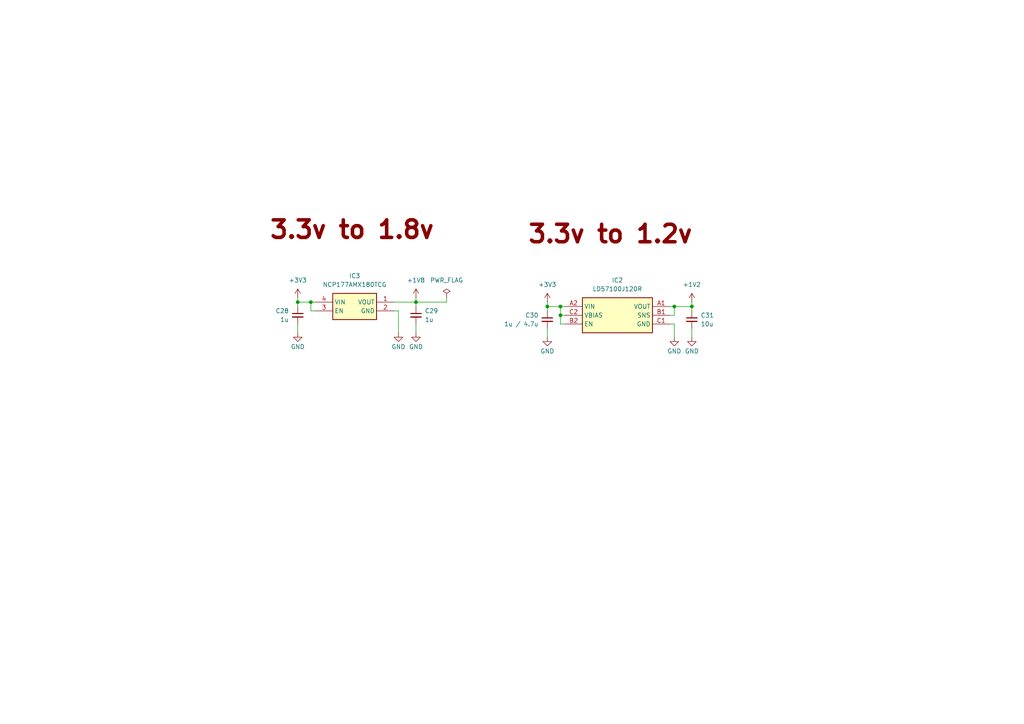
<source format=kicad_sch>
(kicad_sch (version 20231120) (generator "eeschema") (generator_version "8.0")
  (paper "A4")
  (lib_symbols
    (symbol "Device:C_Small" (pin_numbers hide) (pin_names (offset 0.254) hide)
      (property "Reference" "C" (at 0.254 1.778 0))
      (property "Value" "C_Small" (at 0.254 -2.032 0))
      (symbol "C_Small_0_1"
        (polyline (pts (xy -1.524 -0.508) (xy 1.524 -0.508)) (stroke (width 0.3302)))
        (polyline (pts (xy -1.524 0.508) (xy 1.524 0.508)) (stroke (width 0.3048)))
      )
      (symbol "C_Small_1_1"
        (pin passive line (at 0 2.54 270) (length 2.032) (name "~") (number "1"))
        (pin passive line (at 0 -2.54 90) (length 2.032) (name "~") (number "2"))
      )
    )
    (symbol "extras:LD57100J120R"
      (property "Reference" "IC" (at 5.08 7.112 0))
      (property "Value" "LD57100J120R" (at 5.08 4.572 0))
      (symbol "LD57100J120R_1_1"
        (rectangle (start 5.08 2.54) (end 25.4 -7.62) (stroke (width 0.254)) (fill (type background)))
        (pin power_out line (at 30.48 0 180) (length 5.08) (name "VOUT") (number "A1"))
        (pin power_in line (at 0 0 0) (length 5.08) (name "VIN") (number "A2"))
        (pin passive line (at 30.48 -2.54 180) (length 5.08) (name "SNS") (number "B1"))
        (pin passive line (at 0 -5.08 0) (length 5.08) (name "EN") (number "B2"))
        (pin power_in line (at 30.48 -5.08 180) (length 5.08) (name "GND") (number "C1"))
        (pin power_in line (at 0 -2.54 0) (length 5.08) (name "VBIAS") (number "C2"))
      )
    )
    (symbol "extras:NCP177AMX180TCG"
      (property "Reference" "IC" (at 5.08 7.62 0))
      (property "Value" "NCP177AMX180TCG" (at 5.08 5.08 0))
      (symbol "NCP177AMX180TCG_1_1"
        (rectangle (start 5.08 2.54) (end 17.78 -5.08) (stroke (width 0.254)) (fill (type background)))
        (pin passive line (at 22.86 0 180) (length 5.08) (name "VOUT") (number "1"))
        (pin passive line (at 22.86 -2.54 180) (length 5.08) (name "GND") (number "2"))
        (pin passive line (at 0 -2.54 0) (length 5.08) (name "EN") (number "3"))
        (pin passive line (at 0 0 0) (length 5.08) (name "VIN") (number "4"))
        (pin passive line (at 22.86 -2.54 180) (length 5.08) hide (name "GND") (number "5"))
      )
    )
    (symbol "power:+1V2" (power) (pin_numbers hide) (pin_names (offset 0) hide)
      (property "Value" "+1V2" (at 0 3.556 0))
      (symbol "+1V2_0_1"
        (polyline (pts (xy -0.762 1.27) (xy 0 2.54)))
        (polyline (pts (xy 0 0) (xy 0 2.54)))
        (polyline (pts (xy 0 2.54) (xy 0.762 1.27)))
      )
      (symbol "+1V2_1_1"
        (pin power_in line (at 0 0 90) (length 0) (name "~") (number "1"))
      )
    )
    (symbol "power:+1V8" (power) (pin_numbers hide) (pin_names (offset 0) hide)
      (property "Value" "+1V8" (at 0 3.556 0))
      (symbol "+1V8_0_1"
        (polyline (pts (xy -0.762 1.27) (xy 0 2.54)))
        (polyline (pts (xy 0 0) (xy 0 2.54)))
        (polyline (pts (xy 0 2.54) (xy 0.762 1.27)))
      )
      (symbol "+1V8_1_1"
        (pin power_in line (at 0 0 90) (length 0) (name "~") (number "1"))
      )
    )
    (symbol "power:+3V3" (power) (pin_numbers hide) (pin_names (offset 0) hide)
      (property "Value" "+3V3" (at 0 3.556 0))
      (symbol "+3V3_0_1"
        (polyline (pts (xy -0.762 1.27) (xy 0 2.54)))
        (polyline (pts (xy 0 0) (xy 0 2.54)))
        (polyline (pts (xy 0 2.54) (xy 0.762 1.27)))
      )
      (symbol "+3V3_1_1"
        (pin power_in line (at 0 0 90) (length 0) (name "~") (number "1"))
      )
    )
    (symbol "power:GND" (power) (pin_numbers hide) (pin_names (offset 0) hide)
      (property "Value" "GND" (at 0 -3.81 0))
      (symbol "GND_0_1"
        (polyline (pts (xy 0 0) (xy 0 -1.27) (xy 1.27 -1.27) (xy 0 -2.54) (xy -1.27 -1.27) (xy 0 -1.27)))
      )
      (symbol "GND_1_1"
        (pin power_in line (at 0 0 270) (length 0) (name "~") (number "1"))
      )
    )
    (symbol "power:PWR_FLAG" (power) (pin_numbers hide) (pin_names (offset 0) hide)
      (property "Value" "PWR_FLAG" (at 0 3.81 0))
      (symbol "PWR_FLAG_0_0"
        (pin power_out line (at 0 0 90) (length 0) (name "~") (number "1"))
      )
      (symbol "PWR_FLAG_0_1"
        (polyline (pts (xy 0 0) (xy 0 1.27) (xy -1.016 1.905) (xy 0 2.54) (xy 1.016 1.905) (xy 0 1.27)))
      )
    )
  )
  (junction (at 162.56 91.44))
  (junction (at 120.65 87.63))
  (junction (at 195.58 88.9))
  (junction (at 200.66 88.9))
  (junction (at 86.36 87.63))
  (junction (at 90.17 87.63))
  (junction (at 162.56 88.9))
  (junction (at 158.75 88.9))
  (wire (pts (xy 90.17 87.63) (xy 86.36 87.63)))
  (wire (pts (xy 200.66 90.17) (xy 200.66 88.9)))
  (wire (pts (xy 120.65 93.98) (xy 120.65 96.52)))
  (wire (pts (xy 195.58 88.9) (xy 200.66 88.9)))
  (wire (pts (xy 163.83 93.98) (xy 162.56 93.98)))
  (wire (pts (xy 120.65 87.63) (xy 129.54 87.63)))
  (wire (pts (xy 158.75 95.25) (xy 158.75 97.79)))
  (wire (pts (xy 162.56 91.44) (xy 162.56 88.9)))
  (wire (pts (xy 162.56 91.44) (xy 163.83 91.44)))
  (wire (pts (xy 90.17 87.63) (xy 91.44 87.63)))
  (wire (pts (xy 195.58 93.98) (xy 194.31 93.98)))
  (wire (pts (xy 194.31 88.9) (xy 195.58 88.9)))
  (wire (pts (xy 120.65 86.36) (xy 120.65 87.63)))
  (wire (pts (xy 194.31 91.44) (xy 195.58 91.44)))
  (wire (pts (xy 195.58 91.44) (xy 195.58 88.9)))
  (wire (pts (xy 114.3 87.63) (xy 120.65 87.63)))
  (wire (pts (xy 162.56 88.9) (xy 163.83 88.9)))
  (wire (pts (xy 86.36 87.63) (xy 86.36 88.9)))
  (wire (pts (xy 86.36 86.36) (xy 86.36 87.63)))
  (wire (pts (xy 158.75 87.63) (xy 158.75 88.9)))
  (wire (pts (xy 162.56 88.9) (xy 158.75 88.9)))
  (wire (pts (xy 129.54 86.36) (xy 129.54 87.63)))
  (wire (pts (xy 86.36 93.98) (xy 86.36 96.52)))
  (wire (pts (xy 90.17 90.17) (xy 90.17 87.63)))
  (wire (pts (xy 200.66 95.25) (xy 200.66 97.79)))
  (wire (pts (xy 90.17 90.17) (xy 91.44 90.17)))
  (wire (pts (xy 195.58 97.79) (xy 195.58 93.98)))
  (wire (pts (xy 120.65 88.9) (xy 120.65 87.63)))
  (wire (pts (xy 158.75 88.9) (xy 158.75 90.17)))
  (wire (pts (xy 162.56 93.98) (xy 162.56 91.44)))
  (wire (pts (xy 115.57 90.17) (xy 114.3 90.17)))
  (wire (pts (xy 115.57 90.17) (xy 115.57 96.52)))
  (wire (pts (xy 200.66 87.63) (xy 200.66 88.9)))
  (text "3.3v to 1.8v" (at 102.108 66.802 0) (effects (font (size 5.08 5.08) (bold yes))))
  (text "3.3v to 1.2v" (at 177.038 68.072 0) (effects (font (size 5.08 5.08) (bold yes))))
  (symbol (lib_id "extras:NCP177AMX180TCG") (at 91.44 87.63 0) (unit 1)
    (property "Reference" "IC3" (at 102.87 80.01 0))
    (property "Value" "NCP177AMX180TCG" (at 102.87 82.55 0))
    (property "Footprint" "Package_DFN_QFN:OnSemi_XDFN4-1EP_1.0x1.0mm_EP0.52x0.52mm" (effects (hide yes)))
    (property "Datasheet" "https://www.mouser.de/datasheet/2/308/1/NCP177_D-2317112.pdf" (effects (hide yes)))
    (property "Description" "LDO Spannungs-Regulator LDO Regulator, 500 mA, Ultra-Low Dropout, with Bias Rail 1.8V Output Active Discharge" (effects (hide yes)))
    (property "Height" "0.33" (effects (hide yes)))
    (property "Mouser Part Number" " 863-NCP177AMX180TCG " (effects (hide yes)))
    (property "Mouser Price/Stock" "https://www.mouser.co.uk/ProductDetail/Microchip-Technology-Micrel/MIC94355-GYMT-TR/?qs=Y3Q3JoKAO1REmjAshpq6ZQ%3D%3D" (effects (hide yes)))
    (property "Manufacturer_Name" "onsemi" (effects (hide yes)))
    (property "Manufacturer_Part_Number" "NCP177AMX180TCG" (effects (hide yes)))
  )
  (symbol (lib_id "power:PWR_FLAG") (at 129.54 86.36 0) (unit 1)
    (property "Reference" "#FLG01" (effects (hide yes)))
    (property "Value" "PWR_FLAG" (at 129.54 81.28 0))
    (property "Description" "Special symbol for telling ERC where power comes from" (effects (hide yes)))
  )
  (symbol (lib_id "power:GND") (at 120.65 96.52 0) (unit 1)
    (property "Reference" "#PWR023" (effects (hide yes)))
    (property "Value" "GND" (at 120.65 100.584 0))
    (property "Description" "Power symbol creates a global label with name \"GND\" , ground" (effects (hide yes)))
  )
  (symbol (lib_id "Device:C_Small") (at 158.75 92.71 0) (mirror y) (unit 1)
    (property "Reference" "C30" (at 156.21 91.4462 0) (effects (justify left)))
    (property "Value" "1u / 4.7u" (at 156.21 93.9862 0) (effects (justify left)))
    (property "Footprint" "Capacitor_SMD:C_0402_1005Metric_Pad0.74x0.62mm_HandSolder" (effects (hide yes)))
    (property "Description" "Unpolarized capacitor, small symbol" (effects (hide yes)))
    (property "Mouser Part Number" "187-CL05A105KO5NNNC" (effects (hide yes)))
  )
  (symbol (lib_id "power:GND") (at 86.36 96.52 0) (unit 1)
    (property "Reference" "#PWR020" (effects (hide yes)))
    (property "Value" "GND" (at 86.36 100.584 0))
    (property "Description" "Power symbol creates a global label with name \"GND\" , ground" (effects (hide yes)))
  )
  (symbol (lib_id "power:+1V2") (at 200.66 87.63 0) (unit 1)
    (property "Reference" "#PWR027" (effects (hide yes)))
    (property "Value" "+1V2" (at 200.66 82.55 0))
    (property "Description" "Power symbol creates a global label with name \"+1V2\"" (effects (hide yes)))
  )
  (symbol (lib_id "power:GND") (at 200.66 97.79 0) (unit 1)
    (property "Reference" "#PWR028" (effects (hide yes)))
    (property "Value" "GND" (at 200.66 101.854 0))
    (property "Description" "Power symbol creates a global label with name \"GND\" , ground" (effects (hide yes)))
  )
  (symbol (lib_id "Device:C_Small") (at 200.66 92.71 0) (unit 1)
    (property "Reference" "C31" (at 203.2 91.4462 0) (effects (justify left)))
    (property "Value" "10u" (at 203.2 93.9862 0) (effects (justify left)))
    (property "Footprint" "Capacitor_SMD:C_0402_1005Metric_Pad0.74x0.62mm_HandSolder" (effects (hide yes)))
    (property "Description" "Unpolarized capacitor, small symbol" (effects (hide yes)))
    (property "Mouser Part Number" "187-CL05A106MP6NUN8" (effects (hide yes)))
  )
  (symbol (lib_id "power:GND") (at 158.75 97.79 0) (unit 1)
    (property "Reference" "#PWR025" (effects (hide yes)))
    (property "Value" "GND" (at 158.75 101.854 0))
    (property "Description" "Power symbol creates a global label with name \"GND\" , ground" (effects (hide yes)))
  )
  (symbol (lib_id "extras:LD57100J120R") (at 163.83 88.9 0) (unit 1)
    (property "Reference" "IC2" (at 179.07 81.28 0))
    (property "Value" "LD57100J120R" (at 179.07 83.82 0))
    (property "Footprint" "BGA6C40P2X3_78X118X36" (effects (hide yes)))
    (property "Datasheet" "https://www.st.com/resource/en/datasheet/ld57100.pdf" (effects (hide yes)))
    (property "Description" "Linear Voltage Regulator IC Positive Fixed 1 Output 1A 6-FlipChip (0.78x1.18)" (effects (hide yes)))
    (property "Height" "0.361" (effects (hide yes)))
    (property "Mouser Part Number" "511-LD57100J120R" (effects (hide yes)))
    (property "Mouser Price/Stock" "https://www.mouser.co.uk/ProductDetail/STMicroelectronics/LD57100J120R?qs=sPbYRqrBIVmbDz2SEdnQrw%3D%3D" (effects (hide yes)))
    (property "Manufacturer_Name" "STMicroelectronics" (effects (hide yes)))
    (property "Manufacturer_Part_Number" "LD57100J120R" (effects (hide yes)))
  )
  (symbol (lib_id "Device:C_Small") (at 120.65 91.44 0) (unit 1)
    (property "Reference" "C29" (at 123.19 90.1762 0) (effects (justify left)))
    (property "Value" "1u" (at 123.19 92.7162 0) (effects (justify left)))
    (property "Footprint" "Capacitor_SMD:C_0402_1005Metric_Pad0.74x0.62mm_HandSolder" (effects (hide yes)))
    (property "Description" "Unpolarized capacitor, small symbol" (effects (hide yes)))
    (property "Mouser Part Number" "187-CL05A105KO5NNNC" (effects (hide yes)))
  )
  (symbol (lib_id "power:+1V8") (at 120.65 86.36 0) (unit 1)
    (property "Reference" "#PWR022" (effects (hide yes)))
    (property "Value" "+1V8" (at 120.65 81.28 0))
    (property "Description" "Power symbol creates a global label with name \"+1V8\"" (effects (hide yes)))
  )
  (symbol (lib_id "power:GND") (at 115.57 96.52 0) (unit 1)
    (property "Reference" "#PWR021" (effects (hide yes)))
    (property "Value" "GND" (at 115.57 100.584 0))
    (property "Description" "Power symbol creates a global label with name \"GND\" , ground" (effects (hide yes)))
  )
  (symbol (lib_id "power:+3V3") (at 86.36 86.36 0) (unit 1)
    (property "Reference" "#PWR019" (effects (hide yes)))
    (property "Value" "+3V3" (at 86.36 81.28 0))
    (property "Description" "Power symbol creates a global label with name \"+3V3\"" (effects (hide yes)))
  )
  (symbol (lib_id "power:+3V3") (at 158.75 87.63 0) (unit 1)
    (property "Reference" "#PWR024" (effects (hide yes)))
    (property "Value" "+3V3" (at 158.75 82.55 0))
    (property "Description" "Power symbol creates a global label with name \"+3V3\"" (effects (hide yes)))
  )
  (symbol (lib_id "power:GND") (at 195.58 97.79 0) (unit 1)
    (property "Reference" "#PWR026" (effects (hide yes)))
    (property "Value" "GND" (at 195.58 101.854 0))
    (property "Description" "Power symbol creates a global label with name \"GND\" , ground" (effects (hide yes)))
  )
  (symbol (lib_id "Device:C_Small") (at 86.36 91.44 0) (mirror y) (unit 1)
    (property "Reference" "C28" (at 83.82 90.1762 0) (effects (justify left)))
    (property "Value" "1u" (at 83.82 92.7162 0) (effects (justify left)))
    (property "Footprint" "Capacitor_SMD:C_0402_1005Metric_Pad0.74x0.62mm_HandSolder" (effects (hide yes)))
    (property "Description" "Unpolarized capacitor, small symbol" (effects (hide yes)))
    (property "Mouser Part Number" "187-CL05A105KO5NNNC" (effects (hide yes)))
  )
)
</source>
